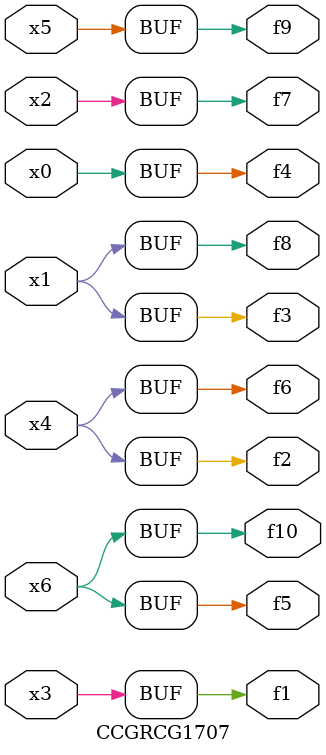
<source format=v>
module CCGRCG1707(
	input x0, x1, x2, x3, x4, x5, x6,
	output f1, f2, f3, f4, f5, f6, f7, f8, f9, f10
);
	assign f1 = x3;
	assign f2 = x4;
	assign f3 = x1;
	assign f4 = x0;
	assign f5 = x6;
	assign f6 = x4;
	assign f7 = x2;
	assign f8 = x1;
	assign f9 = x5;
	assign f10 = x6;
endmodule

</source>
